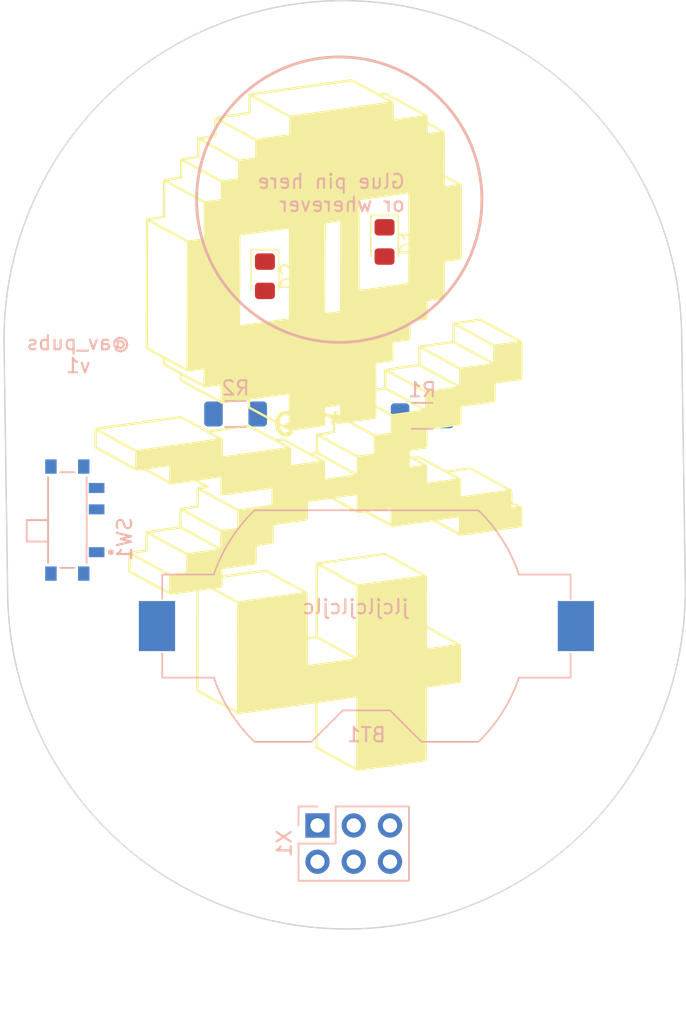
<source format=kicad_pcb>
(kicad_pcb (version 20221018) (generator pcbnew)
  (layers (0 "F.Cu" signal) (31 "B.Cu" signal) (34 "B.Paste" user) (35 "F.Paste" user) (36 "B.SilkS" user "B.Silkscreen") (37 "F.SilkS" user "F.Silkscreen") (38 "B.Mask" user) (39 "F.Mask" user) (44 "Edge.Cuts" user))
  (net 0 "")
  (net 1 "GND")
  (net 2 "Net-(D1-A)")
  (net 3 "Net-(BT1-+)")
  (net 4 "Net-(R1-Pad1)")
  (net 5 "Net-(SW1-GND-PadG1)")
  (net 6 "Net-(X1-VCC)")
  (net 11 "Net-(D2-A)")
  (footprint "LOGO" (layer "F.Cu") (at 108.458 85.217)
    (fp_text reference "G***" (at 0 0) (layer "F.SilkS") (effects (font (size 1.5 1.5) (thickness 0.3))))
    (fp_text value "LOGO" hide)
  )
  (footprint "LED_SMD:LED_0805_2012Metric_Pad1.15x1.40mm_HandSolder" (layer "F.Cu") (at 113.792 72.399 -90)
    (fp_text reference "D1" (at 0 -1.65 90) (layer "F.SilkS"))
    (fp_text value "LED")
    (pad "1" smd roundrect (at -1.025 0 270) (size 1.15 1.4) (layers "F.Cu" "F.Paste" "F.Mask") (roundrect_rratio 0.217391) (net 1 "GND"))
    (pad "2" smd roundrect (at 1.025 0 270) (size 1.15 1.4) (layers "F.Cu" "F.Paste" "F.Mask") (roundrect_rratio 0.217391) (net 2 "Net-(D1-A)"))
  )
  (footprint "LED_SMD:LED_0805_2012Metric_Pad1.15x1.40mm_HandSolder" (layer "F.Cu") (at 105.41 74.803 -90)
    (fp_text reference "D2" (at 0 -1.65 90) (layer "F.SilkS"))
    (fp_text value "LED")
    (pad "1" smd roundrect (at -1.025 0 270) (size 1.15 1.4) (layers "F.Cu" "F.Paste" "F.Mask") (roundrect_rratio 0.217391) (net 1 "GND"))
    (pad "2" smd roundrect (at 1.025 0 270) (size 1.15 1.4) (layers "F.Cu" "F.Paste" "F.Mask") (roundrect_rratio 0.217391) (net 11 "Net-(D2-A)"))
  )
  (footprint "Battery:BatteryHolder_Keystone_1058_1x2032" (layer "B.Cu") (at 112.522 99.314 180)
    (fp_text reference "BT1" (at 0 -7.62) (layer "B.SilkS") (effects (justify mirror)))
    (fp_text value "Battery_Cell")
    (pad "1" smd rect (at -14.68 0 180) (size 2.54 3.51) (layers "B.Cu" "B.Paste" "B.Mask") (net 3 "Net-(BT1-+)"))
    (pad "2" smd rect (at 14.68 0 180) (size 2.54 3.51) (layers "B.Cu" "B.Paste" "B.Mask") (net 1 "GND"))
  )
  (footprint "MLL1200S:SW_MLL1200S" (layer "B.Cu") (at 91.56 91.888 90)
    (fp_text reference "SW1" (at -1.325285 4.012905 270) (layer "B.SilkS") (effects (font (size 1.000228 1.000228)) (justify mirror)))
    (fp_text value "MLL1200S")
    (pad "" np_thru_hole circle (at -1.5 0 90) (size 0.9 0.9) (drill 0.9) (layers "*.Cu" "*.Mask"))
    (pad "" np_thru_hole circle (at 1.5 0 90) (size 0.9 0.9) (drill 0.9) (layers "*.Cu" "*.Mask"))
    (pad "1" smd rect (at -2.25 2.05) (size 1.1 0.7) (layers "B.Cu" "B.Paste" "B.Mask") (net 3 "Net-(BT1-+)"))
    (pad "2" smd rect (at 0.75 2.05) (size 1.1 0.7) (layers "B.Cu" "B.Paste" "B.Mask") (net 4 "Net-(R1-Pad1)"))
    (pad "3" smd rect (at 2.25 2.05) (size 1.1 0.7) (layers "B.Cu" "B.Paste" "B.Mask") (net 6 "Net-(X1-VCC)"))
    (pad "G1" smd rect (at -3.75 1.15 270) (size 1 0.8) (layers "B.Cu" "B.Paste" "B.Mask") (net 5 "Net-(SW1-GND-PadG1)"))
    (pad "G2" smd rect (at 3.75 1.15 270) (size 1 0.8) (layers "B.Cu" "B.Paste" "B.Mask") (net 5 "Net-(SW1-GND-PadG1)"))
    (pad "G3" smd rect (at -3.75 -1.15 270) (size 1 0.8) (layers "B.Cu" "B.Paste" "B.Mask") (net 5 "Net-(SW1-GND-PadG1)"))
    (pad "G4" smd rect (at 3.75 -1.15 270) (size 1 0.8) (layers "B.Cu" "B.Paste" "B.Mask") (net 5 "Net-(SW1-GND-PadG1)"))
  )
  (footprint "Resistor_SMD:R_1206_3216Metric_Pad1.30x1.75mm_HandSolder" (layer "B.Cu") (at 103.352 84.455 180)
    (fp_text reference "R2" (at 0 1.82) (layer "B.SilkS") (effects (justify mirror)))
    (fp_text value "R")
    (pad "1" smd roundrect (at -1.55 0 180) (size 1.3 1.75) (layers "B.Cu" "B.Paste" "B.Mask") (roundrect_rratio 0.192308) (net 4 "Net-(R1-Pad1)"))
    (pad "2" smd roundrect (at 1.55 0 180) (size 1.3 1.75) (layers "B.Cu" "B.Paste" "B.Mask") (roundrect_rratio 0.192308) (net 11 "Net-(D2-A)"))
  )
  (footprint "Connector_PinHeader_2.54mm:PinHeader_2x03_P2.54mm_Vertical" (layer "B.Cu") (at 109.093 113.284 -90)
    (fp_text reference "X1" (at 1.27 2.33 90) (layer "B.SilkS") (effects (justify mirror)))
    (fp_text value "Badgelife_sao_connector_v169bis")
    (pad "1" thru_hole rect (at 0 0 270) (size 1.7 1.7) (drill 1) (layers "*.Cu" "*.Mask") (net 6 "Net-(X1-VCC)"))
    (pad "2" thru_hole oval (at 2.54 0 270) (size 1.7 1.7) (drill 1) (layers "*.Cu" "*.Mask") (net 1 "GND"))
    (pad "3" thru_hole oval (at 0 -2.54 270) (size 1.7 1.7) (drill 1) (layers "*.Cu" "*.Mask"))
    (pad "4" thru_hole oval (at 2.54 -2.54 270) (size 1.7 1.7) (drill 1) (layers "*.Cu" "*.Mask"))
    (pad "5" thru_hole oval (at 0 -5.08 270) (size 1.7 1.7) (drill 1) (layers "*.Cu" "*.Mask"))
    (pad "6" thru_hole oval (at 2.54 -5.08 270) (size 1.7 1.7) (drill 1) (layers "*.Cu" "*.Mask"))
  )
  (footprint "Resistor_SMD:R_1206_3216Metric_Pad1.30x1.75mm_HandSolder" (layer "B.Cu") (at 116.433 84.582 180)
    (fp_text reference "R1" (at 0 1.82) (layer "B.SilkS") (effects (justify mirror)))
    (fp_text value "R")
    (pad "1" smd roundrect (at -1.55 0 180) (size 1.3 1.75) (layers "B.Cu" "B.Paste" "B.Mask") (roundrect_rratio 0.192308) (net 4 "Net-(R1-Pad1)"))
    (pad "2" smd roundrect (at 1.55 0 180) (size 1.3 1.75) (layers "B.Cu" "B.Paste" "B.Mask") (roundrect_rratio 0.192308) (net 2 "Net-(D1-A)"))
  )
  (gr_circle (center 110.617 69.436) (end 120.617 69.436) (stroke (width 0.2)) (fill none) (layer "B.SilkS"))
  (gr_arc (start 87.122 79.502) (mid 110.743998 55.497981) (end 134.621358 79.248) (stroke (width 0.1)) (layer "Edge.Cuts"))
  (gr_line (start 134.621358 79.248) (end 134.874 96.52) (stroke (width 0.1)) (layer "Edge.Cuts"))
  (gr_arc (start 134.874 96.52) (mid 111.252002 120.524019) (end 87.374642 96.774) (stroke (width 0.1)) (layer "Edge.Cuts"))
  (gr_line (start 87.122 79.502) (end 87.374642 96.774) (stroke (width 0.1)) (layer "Edge.Cuts"))
  (gr_text "jlcjlcjlcjlc" (at 115.57 98.552) (layer "B.SilkS") (effects (font (size 1 1)) (justify left bottom mirror)))
  (gr_text "Glue pin here\nor wherever" (at 115.316 70.358) (layer "B.SilkS") (effects (font (size 1 1)) (justify left bottom mirror)))
  (gr_text "@av_pubs\nv1" (at 92.329 81.661) (layer "B.SilkS") (effects (font (size 1 1)) (justify bottom mirror)))
)
</source>
